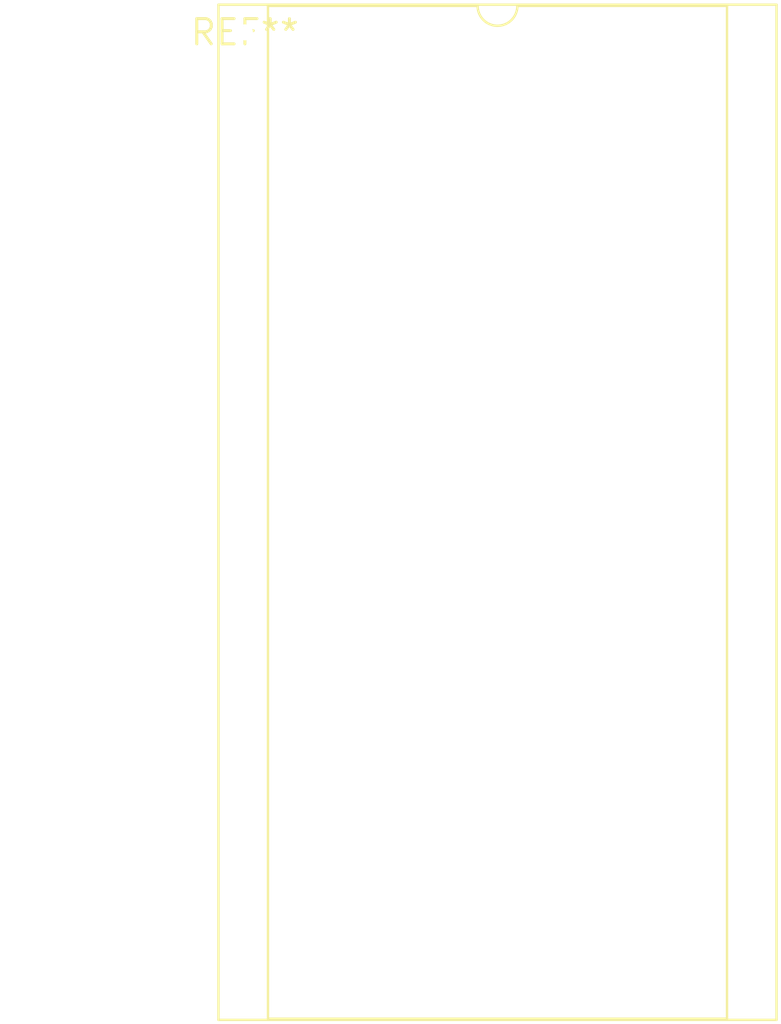
<source format=kicad_pcb>
(kicad_pcb (version 20240108) (generator pcbnew)
  (layers (0 "F.Cu" signal) (31 "B.Cu" signal) (34 "B.Paste" user) (35 "F.Paste" user) (36 "B.SilkS" user "B.Silkscreen") (37 "F.SilkS" user "F.Silkscreen") (38 "B.Mask" user) (39 "F.Mask" user) (44 "Edge.Cuts" user))
  (net 0 "")
  (footprint "DIP-40_W25.4mm_Socket" (layer "F.Cu") (at 0 0)
    (property "Reference" "REF**")
    (property "Value" "DIP-40_W25.4mm_Socket")
    (fp_line (start -1.33 -1.39) (end -1.33 49.65) (layer "F.SilkS") (stroke (width 0.12)))
    (fp_line (start -1.33 49.65) (end 26.73 49.65) (layer "F.SilkS") (stroke (width 0.12)))
    (fp_line (start 1.16 -1.33) (end 1.16 49.59) (layer "F.SilkS") (stroke (width 0.12)))
    (fp_line (start 1.16 49.59) (end 24.24 49.59) (layer "F.SilkS") (stroke (width 0.12)))
    (fp_line (start 11.7 -1.33) (end 1.16 -1.33) (layer "F.SilkS") (stroke (width 0.12)))
    (fp_line (start 24.24 -1.33) (end 13.7 -1.33) (layer "F.SilkS") (stroke (width 0.12)))
    (fp_line (start 24.24 49.59) (end 24.24 -1.33) (layer "F.SilkS") (stroke (width 0.12)))
    (fp_line (start 26.73 -1.39) (end -1.33 -1.39) (layer "F.SilkS") (stroke (width 0.12)))
    (fp_line (start 26.73 49.65) (end 26.73 -1.39) (layer "F.SilkS") (stroke (width 0.12)))
    (fp_arc (start 13.7 -1.33) (mid 12.7 -0.33) (end 11.7 -1.33) (layer "F.SilkS") (stroke (width 0.12)))
    (pad "1" thru_hole rect (at 0 0) (size 1.6 1.6) (drill 0.8) (layers *.Cu *.Mask) (remove_unused_layers))
    (pad "2" thru_hole oval (at 0 2.54) (size 1.6 1.6) (drill 0.8) (layers *.Cu *.Mask) (remove_unused_layers))
    (pad "3" thru_hole oval (at 0 5.08) (size 1.6 1.6) (drill 0.8) (layers *.Cu *.Mask) (remove_unused_layers))
    (pad "4" thru_hole oval (at 0 7.62) (size 1.6 1.6) (drill 0.8) (layers *.Cu *.Mask) (remove_unused_layers))
    (pad "5" thru_hole oval (at 0 10.16) (size 1.6 1.6) (drill 0.8) (layers *.Cu *.Mask) (remove_unused_layers))
    (pad "6" thru_hole oval (at 0 12.7) (size 1.6 1.6) (drill 0.8) (layers *.Cu *.Mask) (remove_unused_layers))
    (pad "7" thru_hole oval (at 0 15.24) (size 1.6 1.6) (drill 0.8) (layers *.Cu *.Mask) (remove_unused_layers))
    (pad "8" thru_hole oval (at 0 17.78) (size 1.6 1.6) (drill 0.8) (layers *.Cu *.Mask) (remove_unused_layers))
    (pad "9" thru_hole oval (at 0 20.32) (size 1.6 1.6) (drill 0.8) (layers *.Cu *.Mask) (remove_unused_layers))
    (pad "10" thru_hole oval (at 0 22.86) (size 1.6 1.6) (drill 0.8) (layers *.Cu *.Mask) (remove_unused_layers))
    (pad "11" thru_hole oval (at 0 25.4) (size 1.6 1.6) (drill 0.8) (layers *.Cu *.Mask) (remove_unused_layers))
    (pad "12" thru_hole oval (at 0 27.94) (size 1.6 1.6) (drill 0.8) (layers *.Cu *.Mask) (remove_unused_layers))
    (pad "13" thru_hole oval (at 0 30.48) (size 1.6 1.6) (drill 0.8) (layers *.Cu *.Mask) (remove_unused_layers))
    (pad "14" thru_hole oval (at 0 33.02) (size 1.6 1.6) (drill 0.8) (layers *.Cu *.Mask) (remove_unused_layers))
    (pad "15" thru_hole oval (at 0 35.56) (size 1.6 1.6) (drill 0.8) (layers *.Cu *.Mask) (remove_unused_layers))
    (pad "16" thru_hole oval (at 0 38.1) (size 1.6 1.6) (drill 0.8) (layers *.Cu *.Mask) (remove_unused_layers))
    (pad "17" thru_hole oval (at 0 40.64) (size 1.6 1.6) (drill 0.8) (layers *.Cu *.Mask) (remove_unused_layers))
    (pad "18" thru_hole oval (at 0 43.18) (size 1.6 1.6) (drill 0.8) (layers *.Cu *.Mask) (remove_unused_layers))
    (pad "19" thru_hole oval (at 0 45.72) (size 1.6 1.6) (drill 0.8) (layers *.Cu *.Mask) (remove_unused_layers))
    (pad "20" thru_hole oval (at 0 48.26) (size 1.6 1.6) (drill 0.8) (layers *.Cu *.Mask) (remove_unused_layers))
    (pad "21" thru_hole oval (at 25.4 48.26) (size 1.6 1.6) (drill 0.8) (layers *.Cu *.Mask) (remove_unused_layers))
    (pad "22" thru_hole oval (at 25.4 45.72) (size 1.6 1.6) (drill 0.8) (layers *.Cu *.Mask) (remove_unused_layers))
    (pad "23" thru_hole oval (at 25.4 43.18) (size 1.6 1.6) (drill 0.8) (layers *.Cu *.Mask) (remove_unused_layers))
    (pad "24" thru_hole oval (at 25.4 40.64) (size 1.6 1.6) (drill 0.8) (layers *.Cu *.Mask) (remove_unused_layers))
    (pad "25" thru_hole oval (at 25.4 38.1) (size 1.6 1.6) (drill 0.8) (layers *.Cu *.Mask) (remove_unused_layers))
    (pad "26" thru_hole oval (at 25.4 35.56) (size 1.6 1.6) (drill 0.8) (layers *.Cu *.Mask) (remove_unused_layers))
    (pad "27" thru_hole oval (at 25.4 33.02) (size 1.6 1.6) (drill 0.8) (layers *.Cu *.Mask) (remove_unused_layers))
    (pad "28" thru_hole oval (at 25.4 30.48) (size 1.6 1.6) (drill 0.8) (layers *.Cu *.Mask) (remove_unused_layers))
    (pad "29" thru_hole oval (at 25.4 27.94) (size 1.6 1.6) (drill 0.8) (layers *.Cu *.Mask) (remove_unused_layers))
    (pad "30" thru_hole oval (at 25.4 25.4) (size 1.6 1.6) (drill 0.8) (layers *.Cu *.Mask) (remove_unused_layers))
    (pad "31" thru_hole oval (at 25.4 22.86) (size 1.6 1.6) (drill 0.8) (layers *.Cu *.Mask) (remove_unused_layers))
    (pad "32" thru_hole oval (at 25.4 20.32) (size 1.6 1.6) (drill 0.8) (layers *.Cu *.Mask) (remove_unused_layers))
    (pad "33" thru_hole oval (at 25.4 17.78) (size 1.6 1.6) (drill 0.8) (layers *.Cu *.Mask) (remove_unused_layers))
    (pad "34" thru_hole oval (at 25.4 15.24) (size 1.6 1.6) (drill 0.8) (layers *.Cu *.Mask) (remove_unused_layers))
    (pad "35" thru_hole oval (at 25.4 12.7) (size 1.6 1.6) (drill 0.8) (layers *.Cu *.Mask) (remove_unused_layers))
    (pad "36" thru_hole oval (at 25.4 10.16) (size 1.6 1.6) (drill 0.8) (layers *.Cu *.Mask) (remove_unused_layers))
    (pad "37" thru_hole oval (at 25.4 7.62) (size 1.6 1.6) (drill 0.8) (layers *.Cu *.Mask) (remove_unused_layers))
    (pad "38" thru_hole oval (at 25.4 5.08) (size 1.6 1.6) (drill 0.8) (layers *.Cu *.Mask) (remove_unused_layers))
    (pad "39" thru_hole oval (at 25.4 2.54) (size 1.6 1.6) (drill 0.8) (layers *.Cu *.Mask) (remove_unused_layers))
    (pad "40" thru_hole oval (at 25.4 0) (size 1.6 1.6) (drill 0.8) (layers *.Cu *.Mask) (remove_unused_layers))
  )
)
</source>
